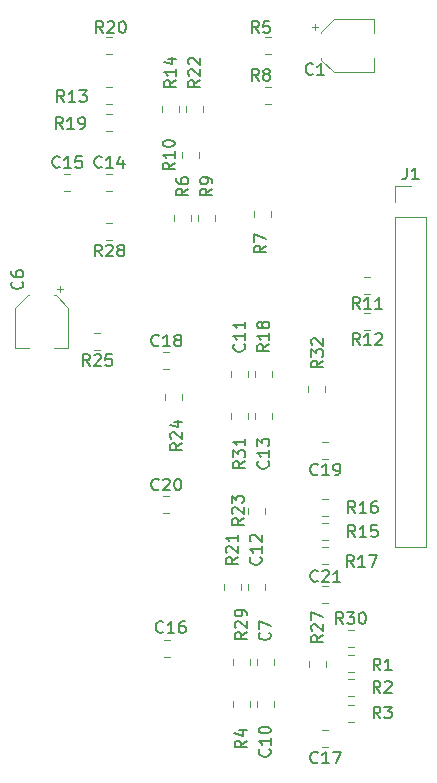
<source format=gbr>
G04 #@! TF.GenerationSoftware,KiCad,Pcbnew,(5.1.4-0-10_14)*
G04 #@! TF.CreationDate,2019-10-08T20:57:53-07:00*
G04 #@! TF.ProjectId,VCF_Main,5643465f-4d61-4696-9e2e-6b696361645f,rev?*
G04 #@! TF.SameCoordinates,Original*
G04 #@! TF.FileFunction,Legend,Top*
G04 #@! TF.FilePolarity,Positive*
%FSLAX46Y46*%
G04 Gerber Fmt 4.6, Leading zero omitted, Abs format (unit mm)*
G04 Created by KiCad (PCBNEW (5.1.4-0-10_14)) date 2019-10-08 20:57:53*
%MOMM*%
%LPD*%
G04 APERTURE LIST*
%ADD10C,0.120000*%
%ADD11C,0.150000*%
G04 APERTURE END LIST*
D10*
X91515000Y-147197578D02*
X91515000Y-146680422D01*
X90095000Y-147197578D02*
X90095000Y-146680422D01*
X97785422Y-147776000D02*
X98302578Y-147776000D01*
X97785422Y-146356000D02*
X98302578Y-146356000D01*
X97785422Y-149808000D02*
X98302578Y-149808000D01*
X97785422Y-148388000D02*
X98302578Y-148388000D01*
X97785422Y-151967000D02*
X98302578Y-151967000D01*
X97785422Y-150547000D02*
X98302578Y-150547000D01*
X88063000Y-150236422D02*
X88063000Y-150753578D01*
X89483000Y-150236422D02*
X89483000Y-150753578D01*
X90800422Y-95452000D02*
X91317578Y-95452000D01*
X90800422Y-94032000D02*
X91317578Y-94032000D01*
X84530000Y-109605578D02*
X84530000Y-109088422D01*
X83110000Y-109605578D02*
X83110000Y-109088422D01*
X89841000Y-108707422D02*
X89841000Y-109224578D01*
X91261000Y-108707422D02*
X91261000Y-109224578D01*
X91317578Y-98223000D02*
X90800422Y-98223000D01*
X91317578Y-99643000D02*
X90800422Y-99643000D01*
X86562000Y-109605578D02*
X86562000Y-109088422D01*
X85142000Y-109605578D02*
X85142000Y-109088422D01*
X83745000Y-103754422D02*
X83745000Y-104271578D01*
X85165000Y-103754422D02*
X85165000Y-104271578D01*
X99182422Y-115772000D02*
X99699578Y-115772000D01*
X99182422Y-114352000D02*
X99699578Y-114352000D01*
X99182422Y-118820000D02*
X99699578Y-118820000D01*
X99182422Y-117400000D02*
X99699578Y-117400000D01*
X77338422Y-99643000D02*
X77855578Y-99643000D01*
X77338422Y-98223000D02*
X77855578Y-98223000D01*
X83514000Y-100334578D02*
X83514000Y-99817422D01*
X82094000Y-100334578D02*
X82094000Y-99817422D01*
X95626422Y-136600000D02*
X96143578Y-136600000D01*
X95626422Y-135180000D02*
X96143578Y-135180000D01*
X95626422Y-134568000D02*
X96143578Y-134568000D01*
X95626422Y-133148000D02*
X96143578Y-133148000D01*
X95626422Y-138632000D02*
X96143578Y-138632000D01*
X95626422Y-137212000D02*
X96143578Y-137212000D01*
X89968000Y-122296422D02*
X89968000Y-122813578D01*
X91388000Y-122296422D02*
X91388000Y-122813578D01*
X77338422Y-101929000D02*
X77855578Y-101929000D01*
X77338422Y-100509000D02*
X77855578Y-100509000D01*
X77338422Y-95452000D02*
X77855578Y-95452000D01*
X77338422Y-94032000D02*
X77855578Y-94032000D01*
X87301000Y-140330422D02*
X87301000Y-140847578D01*
X88721000Y-140330422D02*
X88721000Y-140847578D01*
X85546000Y-100334578D02*
X85546000Y-99817422D01*
X84126000Y-100334578D02*
X84126000Y-99817422D01*
X89333000Y-133853422D02*
X89333000Y-134370578D01*
X90753000Y-133853422D02*
X90753000Y-134370578D01*
X82348000Y-124201422D02*
X82348000Y-124718578D01*
X83768000Y-124201422D02*
X83768000Y-124718578D01*
X76839578Y-119051000D02*
X76322422Y-119051000D01*
X76839578Y-120471000D02*
X76322422Y-120471000D01*
X95960000Y-147324578D02*
X95960000Y-146807422D01*
X94540000Y-147324578D02*
X94540000Y-146807422D01*
X77855578Y-109780000D02*
X77338422Y-109780000D01*
X77855578Y-111200000D02*
X77338422Y-111200000D01*
X88063000Y-146680422D02*
X88063000Y-147197578D01*
X89483000Y-146680422D02*
X89483000Y-147197578D01*
X98302578Y-144197000D02*
X97785422Y-144197000D01*
X98302578Y-145617000D02*
X97785422Y-145617000D01*
X101794000Y-106620000D02*
X103124000Y-106620000D01*
X101794000Y-107950000D02*
X101794000Y-106620000D01*
X101794000Y-109220000D02*
X104454000Y-109220000D01*
X104454000Y-109220000D02*
X104454000Y-137220000D01*
X101794000Y-109220000D02*
X101794000Y-137220000D01*
X101794000Y-137220000D02*
X104454000Y-137220000D01*
X95040000Y-92932000D02*
X95040000Y-93432000D01*
X94790000Y-93182000D02*
X95290000Y-93182000D01*
X95530000Y-95937563D02*
X96594437Y-97002000D01*
X95530000Y-93546437D02*
X96594437Y-92482000D01*
X95530000Y-93546437D02*
X95530000Y-93682000D01*
X95530000Y-95937563D02*
X95530000Y-95802000D01*
X96594437Y-97002000D02*
X100050000Y-97002000D01*
X96594437Y-92482000D02*
X100050000Y-92482000D01*
X100050000Y-92482000D02*
X100050000Y-93682000D01*
X100050000Y-97002000D02*
X100050000Y-95802000D01*
X73692000Y-115360000D02*
X73192000Y-115360000D01*
X73442000Y-115110000D02*
X73442000Y-115610000D01*
X70686437Y-115850000D02*
X69622000Y-116914437D01*
X73077563Y-115850000D02*
X74142000Y-116914437D01*
X73077563Y-115850000D02*
X72942000Y-115850000D01*
X70686437Y-115850000D02*
X70822000Y-115850000D01*
X69622000Y-116914437D02*
X69622000Y-120370000D01*
X74142000Y-116914437D02*
X74142000Y-120370000D01*
X74142000Y-120370000D02*
X72942000Y-120370000D01*
X69622000Y-120370000D02*
X70822000Y-120370000D01*
X89356000Y-125852422D02*
X89356000Y-126369578D01*
X87936000Y-125852422D02*
X87936000Y-126369578D01*
X90095000Y-150753578D02*
X90095000Y-150236422D01*
X91515000Y-150753578D02*
X91515000Y-150236422D01*
X89356000Y-122813578D02*
X89356000Y-122296422D01*
X87936000Y-122813578D02*
X87936000Y-122296422D01*
X90753000Y-140847578D02*
X90753000Y-140330422D01*
X89333000Y-140847578D02*
X89333000Y-140330422D01*
X89968000Y-126369578D02*
X89968000Y-125852422D01*
X91388000Y-126369578D02*
X91388000Y-125852422D01*
X94413000Y-124083578D02*
X94413000Y-123566422D01*
X95833000Y-124083578D02*
X95833000Y-123566422D01*
X77338422Y-107009000D02*
X77855578Y-107009000D01*
X77338422Y-105589000D02*
X77855578Y-105589000D01*
X73782422Y-105589000D02*
X74299578Y-105589000D01*
X73782422Y-107009000D02*
X74299578Y-107009000D01*
X82242922Y-145086000D02*
X82760078Y-145086000D01*
X82242922Y-146506000D02*
X82760078Y-146506000D01*
X96143578Y-152706000D02*
X95626422Y-152706000D01*
X96143578Y-154126000D02*
X95626422Y-154126000D01*
X82164422Y-122122000D02*
X82681578Y-122122000D01*
X82164422Y-120702000D02*
X82681578Y-120702000D01*
X96143578Y-129742000D02*
X95626422Y-129742000D01*
X96143578Y-128322000D02*
X95626422Y-128322000D01*
X82164422Y-132894000D02*
X82681578Y-132894000D01*
X82164422Y-134314000D02*
X82681578Y-134314000D01*
X96143578Y-140514000D02*
X95626422Y-140514000D01*
X96143578Y-141934000D02*
X95626422Y-141934000D01*
D11*
X91162142Y-144438666D02*
X91209761Y-144486285D01*
X91257380Y-144629142D01*
X91257380Y-144724380D01*
X91209761Y-144867238D01*
X91114523Y-144962476D01*
X91019285Y-145010095D01*
X90828809Y-145057714D01*
X90685952Y-145057714D01*
X90495476Y-145010095D01*
X90400238Y-144962476D01*
X90305000Y-144867238D01*
X90257380Y-144724380D01*
X90257380Y-144629142D01*
X90305000Y-144486285D01*
X90352619Y-144438666D01*
X90257380Y-144105333D02*
X90257380Y-143438666D01*
X91257380Y-143867238D01*
X100544333Y-147645380D02*
X100211000Y-147169190D01*
X99972904Y-147645380D02*
X99972904Y-146645380D01*
X100353857Y-146645380D01*
X100449095Y-146693000D01*
X100496714Y-146740619D01*
X100544333Y-146835857D01*
X100544333Y-146978714D01*
X100496714Y-147073952D01*
X100449095Y-147121571D01*
X100353857Y-147169190D01*
X99972904Y-147169190D01*
X101496714Y-147645380D02*
X100925285Y-147645380D01*
X101211000Y-147645380D02*
X101211000Y-146645380D01*
X101115761Y-146788238D01*
X101020523Y-146883476D01*
X100925285Y-146931095D01*
X100544333Y-149550380D02*
X100211000Y-149074190D01*
X99972904Y-149550380D02*
X99972904Y-148550380D01*
X100353857Y-148550380D01*
X100449095Y-148598000D01*
X100496714Y-148645619D01*
X100544333Y-148740857D01*
X100544333Y-148883714D01*
X100496714Y-148978952D01*
X100449095Y-149026571D01*
X100353857Y-149074190D01*
X99972904Y-149074190D01*
X100925285Y-148645619D02*
X100972904Y-148598000D01*
X101068142Y-148550380D01*
X101306238Y-148550380D01*
X101401476Y-148598000D01*
X101449095Y-148645619D01*
X101496714Y-148740857D01*
X101496714Y-148836095D01*
X101449095Y-148978952D01*
X100877666Y-149550380D01*
X101496714Y-149550380D01*
X100544333Y-151709380D02*
X100211000Y-151233190D01*
X99972904Y-151709380D02*
X99972904Y-150709380D01*
X100353857Y-150709380D01*
X100449095Y-150757000D01*
X100496714Y-150804619D01*
X100544333Y-150899857D01*
X100544333Y-151042714D01*
X100496714Y-151137952D01*
X100449095Y-151185571D01*
X100353857Y-151233190D01*
X99972904Y-151233190D01*
X100877666Y-150709380D02*
X101496714Y-150709380D01*
X101163380Y-151090333D01*
X101306238Y-151090333D01*
X101401476Y-151137952D01*
X101449095Y-151185571D01*
X101496714Y-151280809D01*
X101496714Y-151518904D01*
X101449095Y-151614142D01*
X101401476Y-151661761D01*
X101306238Y-151709380D01*
X101020523Y-151709380D01*
X100925285Y-151661761D01*
X100877666Y-151614142D01*
X89225380Y-153582666D02*
X88749190Y-153916000D01*
X89225380Y-154154095D02*
X88225380Y-154154095D01*
X88225380Y-153773142D01*
X88273000Y-153677904D01*
X88320619Y-153630285D01*
X88415857Y-153582666D01*
X88558714Y-153582666D01*
X88653952Y-153630285D01*
X88701571Y-153677904D01*
X88749190Y-153773142D01*
X88749190Y-154154095D01*
X88558714Y-152725523D02*
X89225380Y-152725523D01*
X88177761Y-152963619D02*
X88892047Y-153201714D01*
X88892047Y-152582666D01*
X90257333Y-93670380D02*
X89924000Y-93194190D01*
X89685904Y-93670380D02*
X89685904Y-92670380D01*
X90066857Y-92670380D01*
X90162095Y-92718000D01*
X90209714Y-92765619D01*
X90257333Y-92860857D01*
X90257333Y-93003714D01*
X90209714Y-93098952D01*
X90162095Y-93146571D01*
X90066857Y-93194190D01*
X89685904Y-93194190D01*
X91162095Y-92670380D02*
X90685904Y-92670380D01*
X90638285Y-93146571D01*
X90685904Y-93098952D01*
X90781142Y-93051333D01*
X91019238Y-93051333D01*
X91114476Y-93098952D01*
X91162095Y-93146571D01*
X91209714Y-93241809D01*
X91209714Y-93479904D01*
X91162095Y-93575142D01*
X91114476Y-93622761D01*
X91019238Y-93670380D01*
X90781142Y-93670380D01*
X90685904Y-93622761D01*
X90638285Y-93575142D01*
X84272380Y-106846666D02*
X83796190Y-107180000D01*
X84272380Y-107418095D02*
X83272380Y-107418095D01*
X83272380Y-107037142D01*
X83320000Y-106941904D01*
X83367619Y-106894285D01*
X83462857Y-106846666D01*
X83605714Y-106846666D01*
X83700952Y-106894285D01*
X83748571Y-106941904D01*
X83796190Y-107037142D01*
X83796190Y-107418095D01*
X83272380Y-105989523D02*
X83272380Y-106180000D01*
X83320000Y-106275238D01*
X83367619Y-106322857D01*
X83510476Y-106418095D01*
X83700952Y-106465714D01*
X84081904Y-106465714D01*
X84177142Y-106418095D01*
X84224761Y-106370476D01*
X84272380Y-106275238D01*
X84272380Y-106084761D01*
X84224761Y-105989523D01*
X84177142Y-105941904D01*
X84081904Y-105894285D01*
X83843809Y-105894285D01*
X83748571Y-105941904D01*
X83700952Y-105989523D01*
X83653333Y-106084761D01*
X83653333Y-106275238D01*
X83700952Y-106370476D01*
X83748571Y-106418095D01*
X83843809Y-106465714D01*
X90876380Y-111672666D02*
X90400190Y-112006000D01*
X90876380Y-112244095D02*
X89876380Y-112244095D01*
X89876380Y-111863142D01*
X89924000Y-111767904D01*
X89971619Y-111720285D01*
X90066857Y-111672666D01*
X90209714Y-111672666D01*
X90304952Y-111720285D01*
X90352571Y-111767904D01*
X90400190Y-111863142D01*
X90400190Y-112244095D01*
X89876380Y-111339333D02*
X89876380Y-110672666D01*
X90876380Y-111101238D01*
X90257333Y-97734380D02*
X89924000Y-97258190D01*
X89685904Y-97734380D02*
X89685904Y-96734380D01*
X90066857Y-96734380D01*
X90162095Y-96782000D01*
X90209714Y-96829619D01*
X90257333Y-96924857D01*
X90257333Y-97067714D01*
X90209714Y-97162952D01*
X90162095Y-97210571D01*
X90066857Y-97258190D01*
X89685904Y-97258190D01*
X90828761Y-97162952D02*
X90733523Y-97115333D01*
X90685904Y-97067714D01*
X90638285Y-96972476D01*
X90638285Y-96924857D01*
X90685904Y-96829619D01*
X90733523Y-96782000D01*
X90828761Y-96734380D01*
X91019238Y-96734380D01*
X91114476Y-96782000D01*
X91162095Y-96829619D01*
X91209714Y-96924857D01*
X91209714Y-96972476D01*
X91162095Y-97067714D01*
X91114476Y-97115333D01*
X91019238Y-97162952D01*
X90828761Y-97162952D01*
X90733523Y-97210571D01*
X90685904Y-97258190D01*
X90638285Y-97353428D01*
X90638285Y-97543904D01*
X90685904Y-97639142D01*
X90733523Y-97686761D01*
X90828761Y-97734380D01*
X91019238Y-97734380D01*
X91114476Y-97686761D01*
X91162095Y-97639142D01*
X91209714Y-97543904D01*
X91209714Y-97353428D01*
X91162095Y-97258190D01*
X91114476Y-97210571D01*
X91019238Y-97162952D01*
X86304380Y-106846666D02*
X85828190Y-107180000D01*
X86304380Y-107418095D02*
X85304380Y-107418095D01*
X85304380Y-107037142D01*
X85352000Y-106941904D01*
X85399619Y-106894285D01*
X85494857Y-106846666D01*
X85637714Y-106846666D01*
X85732952Y-106894285D01*
X85780571Y-106941904D01*
X85828190Y-107037142D01*
X85828190Y-107418095D01*
X86304380Y-106370476D02*
X86304380Y-106180000D01*
X86256761Y-106084761D01*
X86209142Y-106037142D01*
X86066285Y-105941904D01*
X85875809Y-105894285D01*
X85494857Y-105894285D01*
X85399619Y-105941904D01*
X85352000Y-105989523D01*
X85304380Y-106084761D01*
X85304380Y-106275238D01*
X85352000Y-106370476D01*
X85399619Y-106418095D01*
X85494857Y-106465714D01*
X85732952Y-106465714D01*
X85828190Y-106418095D01*
X85875809Y-106370476D01*
X85923428Y-106275238D01*
X85923428Y-106084761D01*
X85875809Y-105989523D01*
X85828190Y-105941904D01*
X85732952Y-105894285D01*
X83129380Y-104655857D02*
X82653190Y-104989190D01*
X83129380Y-105227285D02*
X82129380Y-105227285D01*
X82129380Y-104846333D01*
X82177000Y-104751095D01*
X82224619Y-104703476D01*
X82319857Y-104655857D01*
X82462714Y-104655857D01*
X82557952Y-104703476D01*
X82605571Y-104751095D01*
X82653190Y-104846333D01*
X82653190Y-105227285D01*
X83129380Y-103703476D02*
X83129380Y-104274904D01*
X83129380Y-103989190D02*
X82129380Y-103989190D01*
X82272238Y-104084428D01*
X82367476Y-104179666D01*
X82415095Y-104274904D01*
X82129380Y-103084428D02*
X82129380Y-102989190D01*
X82177000Y-102893952D01*
X82224619Y-102846333D01*
X82319857Y-102798714D01*
X82510333Y-102751095D01*
X82748428Y-102751095D01*
X82938904Y-102798714D01*
X83034142Y-102846333D01*
X83081761Y-102893952D01*
X83129380Y-102989190D01*
X83129380Y-103084428D01*
X83081761Y-103179666D01*
X83034142Y-103227285D01*
X82938904Y-103274904D01*
X82748428Y-103322523D01*
X82510333Y-103322523D01*
X82319857Y-103274904D01*
X82224619Y-103227285D01*
X82177000Y-103179666D01*
X82129380Y-103084428D01*
X98798142Y-117038380D02*
X98464809Y-116562190D01*
X98226714Y-117038380D02*
X98226714Y-116038380D01*
X98607666Y-116038380D01*
X98702904Y-116086000D01*
X98750523Y-116133619D01*
X98798142Y-116228857D01*
X98798142Y-116371714D01*
X98750523Y-116466952D01*
X98702904Y-116514571D01*
X98607666Y-116562190D01*
X98226714Y-116562190D01*
X99750523Y-117038380D02*
X99179095Y-117038380D01*
X99464809Y-117038380D02*
X99464809Y-116038380D01*
X99369571Y-116181238D01*
X99274333Y-116276476D01*
X99179095Y-116324095D01*
X100702904Y-117038380D02*
X100131476Y-117038380D01*
X100417190Y-117038380D02*
X100417190Y-116038380D01*
X100321952Y-116181238D01*
X100226714Y-116276476D01*
X100131476Y-116324095D01*
X98798142Y-120086380D02*
X98464809Y-119610190D01*
X98226714Y-120086380D02*
X98226714Y-119086380D01*
X98607666Y-119086380D01*
X98702904Y-119134000D01*
X98750523Y-119181619D01*
X98798142Y-119276857D01*
X98798142Y-119419714D01*
X98750523Y-119514952D01*
X98702904Y-119562571D01*
X98607666Y-119610190D01*
X98226714Y-119610190D01*
X99750523Y-120086380D02*
X99179095Y-120086380D01*
X99464809Y-120086380D02*
X99464809Y-119086380D01*
X99369571Y-119229238D01*
X99274333Y-119324476D01*
X99179095Y-119372095D01*
X100131476Y-119181619D02*
X100179095Y-119134000D01*
X100274333Y-119086380D01*
X100512428Y-119086380D01*
X100607666Y-119134000D01*
X100655285Y-119181619D01*
X100702904Y-119276857D01*
X100702904Y-119372095D01*
X100655285Y-119514952D01*
X100083857Y-120086380D01*
X100702904Y-120086380D01*
X73779142Y-99512380D02*
X73445809Y-99036190D01*
X73207714Y-99512380D02*
X73207714Y-98512380D01*
X73588666Y-98512380D01*
X73683904Y-98560000D01*
X73731523Y-98607619D01*
X73779142Y-98702857D01*
X73779142Y-98845714D01*
X73731523Y-98940952D01*
X73683904Y-98988571D01*
X73588666Y-99036190D01*
X73207714Y-99036190D01*
X74731523Y-99512380D02*
X74160095Y-99512380D01*
X74445809Y-99512380D02*
X74445809Y-98512380D01*
X74350571Y-98655238D01*
X74255333Y-98750476D01*
X74160095Y-98798095D01*
X75064857Y-98512380D02*
X75683904Y-98512380D01*
X75350571Y-98893333D01*
X75493428Y-98893333D01*
X75588666Y-98940952D01*
X75636285Y-98988571D01*
X75683904Y-99083809D01*
X75683904Y-99321904D01*
X75636285Y-99417142D01*
X75588666Y-99464761D01*
X75493428Y-99512380D01*
X75207714Y-99512380D01*
X75112476Y-99464761D01*
X75064857Y-99417142D01*
X83256380Y-97670857D02*
X82780190Y-98004190D01*
X83256380Y-98242285D02*
X82256380Y-98242285D01*
X82256380Y-97861333D01*
X82304000Y-97766095D01*
X82351619Y-97718476D01*
X82446857Y-97670857D01*
X82589714Y-97670857D01*
X82684952Y-97718476D01*
X82732571Y-97766095D01*
X82780190Y-97861333D01*
X82780190Y-98242285D01*
X83256380Y-96718476D02*
X83256380Y-97289904D01*
X83256380Y-97004190D02*
X82256380Y-97004190D01*
X82399238Y-97099428D01*
X82494476Y-97194666D01*
X82542095Y-97289904D01*
X82589714Y-95861333D02*
X83256380Y-95861333D01*
X82208761Y-96099428D02*
X82923047Y-96337523D01*
X82923047Y-95718476D01*
X98417142Y-136342380D02*
X98083809Y-135866190D01*
X97845714Y-136342380D02*
X97845714Y-135342380D01*
X98226666Y-135342380D01*
X98321904Y-135390000D01*
X98369523Y-135437619D01*
X98417142Y-135532857D01*
X98417142Y-135675714D01*
X98369523Y-135770952D01*
X98321904Y-135818571D01*
X98226666Y-135866190D01*
X97845714Y-135866190D01*
X99369523Y-136342380D02*
X98798095Y-136342380D01*
X99083809Y-136342380D02*
X99083809Y-135342380D01*
X98988571Y-135485238D01*
X98893333Y-135580476D01*
X98798095Y-135628095D01*
X100274285Y-135342380D02*
X99798095Y-135342380D01*
X99750476Y-135818571D01*
X99798095Y-135770952D01*
X99893333Y-135723333D01*
X100131428Y-135723333D01*
X100226666Y-135770952D01*
X100274285Y-135818571D01*
X100321904Y-135913809D01*
X100321904Y-136151904D01*
X100274285Y-136247142D01*
X100226666Y-136294761D01*
X100131428Y-136342380D01*
X99893333Y-136342380D01*
X99798095Y-136294761D01*
X99750476Y-136247142D01*
X98417142Y-134310380D02*
X98083809Y-133834190D01*
X97845714Y-134310380D02*
X97845714Y-133310380D01*
X98226666Y-133310380D01*
X98321904Y-133358000D01*
X98369523Y-133405619D01*
X98417142Y-133500857D01*
X98417142Y-133643714D01*
X98369523Y-133738952D01*
X98321904Y-133786571D01*
X98226666Y-133834190D01*
X97845714Y-133834190D01*
X99369523Y-134310380D02*
X98798095Y-134310380D01*
X99083809Y-134310380D02*
X99083809Y-133310380D01*
X98988571Y-133453238D01*
X98893333Y-133548476D01*
X98798095Y-133596095D01*
X100226666Y-133310380D02*
X100036190Y-133310380D01*
X99940952Y-133358000D01*
X99893333Y-133405619D01*
X99798095Y-133548476D01*
X99750476Y-133738952D01*
X99750476Y-134119904D01*
X99798095Y-134215142D01*
X99845714Y-134262761D01*
X99940952Y-134310380D01*
X100131428Y-134310380D01*
X100226666Y-134262761D01*
X100274285Y-134215142D01*
X100321904Y-134119904D01*
X100321904Y-133881809D01*
X100274285Y-133786571D01*
X100226666Y-133738952D01*
X100131428Y-133691333D01*
X99940952Y-133691333D01*
X99845714Y-133738952D01*
X99798095Y-133786571D01*
X99750476Y-133881809D01*
X98290142Y-138882380D02*
X97956809Y-138406190D01*
X97718714Y-138882380D02*
X97718714Y-137882380D01*
X98099666Y-137882380D01*
X98194904Y-137930000D01*
X98242523Y-137977619D01*
X98290142Y-138072857D01*
X98290142Y-138215714D01*
X98242523Y-138310952D01*
X98194904Y-138358571D01*
X98099666Y-138406190D01*
X97718714Y-138406190D01*
X99242523Y-138882380D02*
X98671095Y-138882380D01*
X98956809Y-138882380D02*
X98956809Y-137882380D01*
X98861571Y-138025238D01*
X98766333Y-138120476D01*
X98671095Y-138168095D01*
X99575857Y-137882380D02*
X100242523Y-137882380D01*
X99813952Y-138882380D01*
X91130380Y-120022857D02*
X90654190Y-120356190D01*
X91130380Y-120594285D02*
X90130380Y-120594285D01*
X90130380Y-120213333D01*
X90178000Y-120118095D01*
X90225619Y-120070476D01*
X90320857Y-120022857D01*
X90463714Y-120022857D01*
X90558952Y-120070476D01*
X90606571Y-120118095D01*
X90654190Y-120213333D01*
X90654190Y-120594285D01*
X91130380Y-119070476D02*
X91130380Y-119641904D01*
X91130380Y-119356190D02*
X90130380Y-119356190D01*
X90273238Y-119451428D01*
X90368476Y-119546666D01*
X90416095Y-119641904D01*
X90558952Y-118499047D02*
X90511333Y-118594285D01*
X90463714Y-118641904D01*
X90368476Y-118689523D01*
X90320857Y-118689523D01*
X90225619Y-118641904D01*
X90178000Y-118594285D01*
X90130380Y-118499047D01*
X90130380Y-118308571D01*
X90178000Y-118213333D01*
X90225619Y-118165714D01*
X90320857Y-118118095D01*
X90368476Y-118118095D01*
X90463714Y-118165714D01*
X90511333Y-118213333D01*
X90558952Y-118308571D01*
X90558952Y-118499047D01*
X90606571Y-118594285D01*
X90654190Y-118641904D01*
X90749428Y-118689523D01*
X90939904Y-118689523D01*
X91035142Y-118641904D01*
X91082761Y-118594285D01*
X91130380Y-118499047D01*
X91130380Y-118308571D01*
X91082761Y-118213333D01*
X91035142Y-118165714D01*
X90939904Y-118118095D01*
X90749428Y-118118095D01*
X90654190Y-118165714D01*
X90606571Y-118213333D01*
X90558952Y-118308571D01*
X73652142Y-101798380D02*
X73318809Y-101322190D01*
X73080714Y-101798380D02*
X73080714Y-100798380D01*
X73461666Y-100798380D01*
X73556904Y-100846000D01*
X73604523Y-100893619D01*
X73652142Y-100988857D01*
X73652142Y-101131714D01*
X73604523Y-101226952D01*
X73556904Y-101274571D01*
X73461666Y-101322190D01*
X73080714Y-101322190D01*
X74604523Y-101798380D02*
X74033095Y-101798380D01*
X74318809Y-101798380D02*
X74318809Y-100798380D01*
X74223571Y-100941238D01*
X74128333Y-101036476D01*
X74033095Y-101084095D01*
X75080714Y-101798380D02*
X75271190Y-101798380D01*
X75366428Y-101750761D01*
X75414047Y-101703142D01*
X75509285Y-101560285D01*
X75556904Y-101369809D01*
X75556904Y-100988857D01*
X75509285Y-100893619D01*
X75461666Y-100846000D01*
X75366428Y-100798380D01*
X75175952Y-100798380D01*
X75080714Y-100846000D01*
X75033095Y-100893619D01*
X74985476Y-100988857D01*
X74985476Y-101226952D01*
X75033095Y-101322190D01*
X75080714Y-101369809D01*
X75175952Y-101417428D01*
X75366428Y-101417428D01*
X75461666Y-101369809D01*
X75509285Y-101322190D01*
X75556904Y-101226952D01*
X77081142Y-93670380D02*
X76747809Y-93194190D01*
X76509714Y-93670380D02*
X76509714Y-92670380D01*
X76890666Y-92670380D01*
X76985904Y-92718000D01*
X77033523Y-92765619D01*
X77081142Y-92860857D01*
X77081142Y-93003714D01*
X77033523Y-93098952D01*
X76985904Y-93146571D01*
X76890666Y-93194190D01*
X76509714Y-93194190D01*
X77462095Y-92765619D02*
X77509714Y-92718000D01*
X77604952Y-92670380D01*
X77843047Y-92670380D01*
X77938285Y-92718000D01*
X77985904Y-92765619D01*
X78033523Y-92860857D01*
X78033523Y-92956095D01*
X77985904Y-93098952D01*
X77414476Y-93670380D01*
X78033523Y-93670380D01*
X78652571Y-92670380D02*
X78747809Y-92670380D01*
X78843047Y-92718000D01*
X78890666Y-92765619D01*
X78938285Y-92860857D01*
X78985904Y-93051333D01*
X78985904Y-93289428D01*
X78938285Y-93479904D01*
X78890666Y-93575142D01*
X78843047Y-93622761D01*
X78747809Y-93670380D01*
X78652571Y-93670380D01*
X78557333Y-93622761D01*
X78509714Y-93575142D01*
X78462095Y-93479904D01*
X78414476Y-93289428D01*
X78414476Y-93051333D01*
X78462095Y-92860857D01*
X78509714Y-92765619D01*
X78557333Y-92718000D01*
X78652571Y-92670380D01*
X88463380Y-138056857D02*
X87987190Y-138390190D01*
X88463380Y-138628285D02*
X87463380Y-138628285D01*
X87463380Y-138247333D01*
X87511000Y-138152095D01*
X87558619Y-138104476D01*
X87653857Y-138056857D01*
X87796714Y-138056857D01*
X87891952Y-138104476D01*
X87939571Y-138152095D01*
X87987190Y-138247333D01*
X87987190Y-138628285D01*
X87558619Y-137675904D02*
X87511000Y-137628285D01*
X87463380Y-137533047D01*
X87463380Y-137294952D01*
X87511000Y-137199714D01*
X87558619Y-137152095D01*
X87653857Y-137104476D01*
X87749095Y-137104476D01*
X87891952Y-137152095D01*
X88463380Y-137723523D01*
X88463380Y-137104476D01*
X88463380Y-136152095D02*
X88463380Y-136723523D01*
X88463380Y-136437809D02*
X87463380Y-136437809D01*
X87606238Y-136533047D01*
X87701476Y-136628285D01*
X87749095Y-136723523D01*
X85288380Y-97670857D02*
X84812190Y-98004190D01*
X85288380Y-98242285D02*
X84288380Y-98242285D01*
X84288380Y-97861333D01*
X84336000Y-97766095D01*
X84383619Y-97718476D01*
X84478857Y-97670857D01*
X84621714Y-97670857D01*
X84716952Y-97718476D01*
X84764571Y-97766095D01*
X84812190Y-97861333D01*
X84812190Y-98242285D01*
X84383619Y-97289904D02*
X84336000Y-97242285D01*
X84288380Y-97147047D01*
X84288380Y-96908952D01*
X84336000Y-96813714D01*
X84383619Y-96766095D01*
X84478857Y-96718476D01*
X84574095Y-96718476D01*
X84716952Y-96766095D01*
X85288380Y-97337523D01*
X85288380Y-96718476D01*
X84383619Y-96337523D02*
X84336000Y-96289904D01*
X84288380Y-96194666D01*
X84288380Y-95956571D01*
X84336000Y-95861333D01*
X84383619Y-95813714D01*
X84478857Y-95766095D01*
X84574095Y-95766095D01*
X84716952Y-95813714D01*
X85288380Y-96385142D01*
X85288380Y-95766095D01*
X88971380Y-134754857D02*
X88495190Y-135088190D01*
X88971380Y-135326285D02*
X87971380Y-135326285D01*
X87971380Y-134945333D01*
X88019000Y-134850095D01*
X88066619Y-134802476D01*
X88161857Y-134754857D01*
X88304714Y-134754857D01*
X88399952Y-134802476D01*
X88447571Y-134850095D01*
X88495190Y-134945333D01*
X88495190Y-135326285D01*
X88066619Y-134373904D02*
X88019000Y-134326285D01*
X87971380Y-134231047D01*
X87971380Y-133992952D01*
X88019000Y-133897714D01*
X88066619Y-133850095D01*
X88161857Y-133802476D01*
X88257095Y-133802476D01*
X88399952Y-133850095D01*
X88971380Y-134421523D01*
X88971380Y-133802476D01*
X87971380Y-133469142D02*
X87971380Y-132850095D01*
X88352333Y-133183428D01*
X88352333Y-133040571D01*
X88399952Y-132945333D01*
X88447571Y-132897714D01*
X88542809Y-132850095D01*
X88780904Y-132850095D01*
X88876142Y-132897714D01*
X88923761Y-132945333D01*
X88971380Y-133040571D01*
X88971380Y-133326285D01*
X88923761Y-133421523D01*
X88876142Y-133469142D01*
X83764380Y-128404857D02*
X83288190Y-128738190D01*
X83764380Y-128976285D02*
X82764380Y-128976285D01*
X82764380Y-128595333D01*
X82812000Y-128500095D01*
X82859619Y-128452476D01*
X82954857Y-128404857D01*
X83097714Y-128404857D01*
X83192952Y-128452476D01*
X83240571Y-128500095D01*
X83288190Y-128595333D01*
X83288190Y-128976285D01*
X82859619Y-128023904D02*
X82812000Y-127976285D01*
X82764380Y-127881047D01*
X82764380Y-127642952D01*
X82812000Y-127547714D01*
X82859619Y-127500095D01*
X82954857Y-127452476D01*
X83050095Y-127452476D01*
X83192952Y-127500095D01*
X83764380Y-128071523D01*
X83764380Y-127452476D01*
X83097714Y-126595333D02*
X83764380Y-126595333D01*
X82716761Y-126833428D02*
X83431047Y-127071523D01*
X83431047Y-126452476D01*
X75938142Y-121863380D02*
X75604809Y-121387190D01*
X75366714Y-121863380D02*
X75366714Y-120863380D01*
X75747666Y-120863380D01*
X75842904Y-120911000D01*
X75890523Y-120958619D01*
X75938142Y-121053857D01*
X75938142Y-121196714D01*
X75890523Y-121291952D01*
X75842904Y-121339571D01*
X75747666Y-121387190D01*
X75366714Y-121387190D01*
X76319095Y-120958619D02*
X76366714Y-120911000D01*
X76461952Y-120863380D01*
X76700047Y-120863380D01*
X76795285Y-120911000D01*
X76842904Y-120958619D01*
X76890523Y-121053857D01*
X76890523Y-121149095D01*
X76842904Y-121291952D01*
X76271476Y-121863380D01*
X76890523Y-121863380D01*
X77795285Y-120863380D02*
X77319095Y-120863380D01*
X77271476Y-121339571D01*
X77319095Y-121291952D01*
X77414333Y-121244333D01*
X77652428Y-121244333D01*
X77747666Y-121291952D01*
X77795285Y-121339571D01*
X77842904Y-121434809D01*
X77842904Y-121672904D01*
X77795285Y-121768142D01*
X77747666Y-121815761D01*
X77652428Y-121863380D01*
X77414333Y-121863380D01*
X77319095Y-121815761D01*
X77271476Y-121768142D01*
X95702380Y-144660857D02*
X95226190Y-144994190D01*
X95702380Y-145232285D02*
X94702380Y-145232285D01*
X94702380Y-144851333D01*
X94750000Y-144756095D01*
X94797619Y-144708476D01*
X94892857Y-144660857D01*
X95035714Y-144660857D01*
X95130952Y-144708476D01*
X95178571Y-144756095D01*
X95226190Y-144851333D01*
X95226190Y-145232285D01*
X94797619Y-144279904D02*
X94750000Y-144232285D01*
X94702380Y-144137047D01*
X94702380Y-143898952D01*
X94750000Y-143803714D01*
X94797619Y-143756095D01*
X94892857Y-143708476D01*
X94988095Y-143708476D01*
X95130952Y-143756095D01*
X95702380Y-144327523D01*
X95702380Y-143708476D01*
X94702380Y-143375142D02*
X94702380Y-142708476D01*
X95702380Y-143137047D01*
X76954142Y-112592380D02*
X76620809Y-112116190D01*
X76382714Y-112592380D02*
X76382714Y-111592380D01*
X76763666Y-111592380D01*
X76858904Y-111640000D01*
X76906523Y-111687619D01*
X76954142Y-111782857D01*
X76954142Y-111925714D01*
X76906523Y-112020952D01*
X76858904Y-112068571D01*
X76763666Y-112116190D01*
X76382714Y-112116190D01*
X77335095Y-111687619D02*
X77382714Y-111640000D01*
X77477952Y-111592380D01*
X77716047Y-111592380D01*
X77811285Y-111640000D01*
X77858904Y-111687619D01*
X77906523Y-111782857D01*
X77906523Y-111878095D01*
X77858904Y-112020952D01*
X77287476Y-112592380D01*
X77906523Y-112592380D01*
X78477952Y-112020952D02*
X78382714Y-111973333D01*
X78335095Y-111925714D01*
X78287476Y-111830476D01*
X78287476Y-111782857D01*
X78335095Y-111687619D01*
X78382714Y-111640000D01*
X78477952Y-111592380D01*
X78668428Y-111592380D01*
X78763666Y-111640000D01*
X78811285Y-111687619D01*
X78858904Y-111782857D01*
X78858904Y-111830476D01*
X78811285Y-111925714D01*
X78763666Y-111973333D01*
X78668428Y-112020952D01*
X78477952Y-112020952D01*
X78382714Y-112068571D01*
X78335095Y-112116190D01*
X78287476Y-112211428D01*
X78287476Y-112401904D01*
X78335095Y-112497142D01*
X78382714Y-112544761D01*
X78477952Y-112592380D01*
X78668428Y-112592380D01*
X78763666Y-112544761D01*
X78811285Y-112497142D01*
X78858904Y-112401904D01*
X78858904Y-112211428D01*
X78811285Y-112116190D01*
X78763666Y-112068571D01*
X78668428Y-112020952D01*
X89225380Y-144406857D02*
X88749190Y-144740190D01*
X89225380Y-144978285D02*
X88225380Y-144978285D01*
X88225380Y-144597333D01*
X88273000Y-144502095D01*
X88320619Y-144454476D01*
X88415857Y-144406857D01*
X88558714Y-144406857D01*
X88653952Y-144454476D01*
X88701571Y-144502095D01*
X88749190Y-144597333D01*
X88749190Y-144978285D01*
X88320619Y-144025904D02*
X88273000Y-143978285D01*
X88225380Y-143883047D01*
X88225380Y-143644952D01*
X88273000Y-143549714D01*
X88320619Y-143502095D01*
X88415857Y-143454476D01*
X88511095Y-143454476D01*
X88653952Y-143502095D01*
X89225380Y-144073523D01*
X89225380Y-143454476D01*
X89225380Y-142978285D02*
X89225380Y-142787809D01*
X89177761Y-142692571D01*
X89130142Y-142644952D01*
X88987285Y-142549714D01*
X88796809Y-142502095D01*
X88415857Y-142502095D01*
X88320619Y-142549714D01*
X88273000Y-142597333D01*
X88225380Y-142692571D01*
X88225380Y-142883047D01*
X88273000Y-142978285D01*
X88320619Y-143025904D01*
X88415857Y-143073523D01*
X88653952Y-143073523D01*
X88749190Y-143025904D01*
X88796809Y-142978285D01*
X88844428Y-142883047D01*
X88844428Y-142692571D01*
X88796809Y-142597333D01*
X88749190Y-142549714D01*
X88653952Y-142502095D01*
X97401142Y-143708380D02*
X97067809Y-143232190D01*
X96829714Y-143708380D02*
X96829714Y-142708380D01*
X97210666Y-142708380D01*
X97305904Y-142756000D01*
X97353523Y-142803619D01*
X97401142Y-142898857D01*
X97401142Y-143041714D01*
X97353523Y-143136952D01*
X97305904Y-143184571D01*
X97210666Y-143232190D01*
X96829714Y-143232190D01*
X97734476Y-142708380D02*
X98353523Y-142708380D01*
X98020190Y-143089333D01*
X98163047Y-143089333D01*
X98258285Y-143136952D01*
X98305904Y-143184571D01*
X98353523Y-143279809D01*
X98353523Y-143517904D01*
X98305904Y-143613142D01*
X98258285Y-143660761D01*
X98163047Y-143708380D01*
X97877333Y-143708380D01*
X97782095Y-143660761D01*
X97734476Y-143613142D01*
X98972571Y-142708380D02*
X99067809Y-142708380D01*
X99163047Y-142756000D01*
X99210666Y-142803619D01*
X99258285Y-142898857D01*
X99305904Y-143089333D01*
X99305904Y-143327428D01*
X99258285Y-143517904D01*
X99210666Y-143613142D01*
X99163047Y-143660761D01*
X99067809Y-143708380D01*
X98972571Y-143708380D01*
X98877333Y-143660761D01*
X98829714Y-143613142D01*
X98782095Y-143517904D01*
X98734476Y-143327428D01*
X98734476Y-143089333D01*
X98782095Y-142898857D01*
X98829714Y-142803619D01*
X98877333Y-142756000D01*
X98972571Y-142708380D01*
X102790666Y-105072380D02*
X102790666Y-105786666D01*
X102743047Y-105929523D01*
X102647809Y-106024761D01*
X102504952Y-106072380D01*
X102409714Y-106072380D01*
X103790666Y-106072380D02*
X103219238Y-106072380D01*
X103504952Y-106072380D02*
X103504952Y-105072380D01*
X103409714Y-105215238D01*
X103314476Y-105310476D01*
X103219238Y-105358095D01*
X94829333Y-97131142D02*
X94781714Y-97178761D01*
X94638857Y-97226380D01*
X94543619Y-97226380D01*
X94400761Y-97178761D01*
X94305523Y-97083523D01*
X94257904Y-96988285D01*
X94210285Y-96797809D01*
X94210285Y-96654952D01*
X94257904Y-96464476D01*
X94305523Y-96369238D01*
X94400761Y-96274000D01*
X94543619Y-96226380D01*
X94638857Y-96226380D01*
X94781714Y-96274000D01*
X94829333Y-96321619D01*
X95781714Y-97226380D02*
X95210285Y-97226380D01*
X95496000Y-97226380D02*
X95496000Y-96226380D01*
X95400761Y-96369238D01*
X95305523Y-96464476D01*
X95210285Y-96512095D01*
X70207142Y-114720666D02*
X70254761Y-114768285D01*
X70302380Y-114911142D01*
X70302380Y-115006380D01*
X70254761Y-115149238D01*
X70159523Y-115244476D01*
X70064285Y-115292095D01*
X69873809Y-115339714D01*
X69730952Y-115339714D01*
X69540476Y-115292095D01*
X69445238Y-115244476D01*
X69350000Y-115149238D01*
X69302380Y-115006380D01*
X69302380Y-114911142D01*
X69350000Y-114768285D01*
X69397619Y-114720666D01*
X69302380Y-113863523D02*
X69302380Y-114054000D01*
X69350000Y-114149238D01*
X69397619Y-114196857D01*
X69540476Y-114292095D01*
X69730952Y-114339714D01*
X70111904Y-114339714D01*
X70207142Y-114292095D01*
X70254761Y-114244476D01*
X70302380Y-114149238D01*
X70302380Y-113958761D01*
X70254761Y-113863523D01*
X70207142Y-113815904D01*
X70111904Y-113768285D01*
X69873809Y-113768285D01*
X69778571Y-113815904D01*
X69730952Y-113863523D01*
X69683333Y-113958761D01*
X69683333Y-114149238D01*
X69730952Y-114244476D01*
X69778571Y-114292095D01*
X69873809Y-114339714D01*
X89098380Y-129928857D02*
X88622190Y-130262190D01*
X89098380Y-130500285D02*
X88098380Y-130500285D01*
X88098380Y-130119333D01*
X88146000Y-130024095D01*
X88193619Y-129976476D01*
X88288857Y-129928857D01*
X88431714Y-129928857D01*
X88526952Y-129976476D01*
X88574571Y-130024095D01*
X88622190Y-130119333D01*
X88622190Y-130500285D01*
X88098380Y-129595523D02*
X88098380Y-128976476D01*
X88479333Y-129309809D01*
X88479333Y-129166952D01*
X88526952Y-129071714D01*
X88574571Y-129024095D01*
X88669809Y-128976476D01*
X88907904Y-128976476D01*
X89003142Y-129024095D01*
X89050761Y-129071714D01*
X89098380Y-129166952D01*
X89098380Y-129452666D01*
X89050761Y-129547904D01*
X89003142Y-129595523D01*
X89098380Y-128024095D02*
X89098380Y-128595523D01*
X89098380Y-128309809D02*
X88098380Y-128309809D01*
X88241238Y-128405047D01*
X88336476Y-128500285D01*
X88384095Y-128595523D01*
X91162142Y-154312857D02*
X91209761Y-154360476D01*
X91257380Y-154503333D01*
X91257380Y-154598571D01*
X91209761Y-154741428D01*
X91114523Y-154836666D01*
X91019285Y-154884285D01*
X90828809Y-154931904D01*
X90685952Y-154931904D01*
X90495476Y-154884285D01*
X90400238Y-154836666D01*
X90305000Y-154741428D01*
X90257380Y-154598571D01*
X90257380Y-154503333D01*
X90305000Y-154360476D01*
X90352619Y-154312857D01*
X91257380Y-153360476D02*
X91257380Y-153931904D01*
X91257380Y-153646190D02*
X90257380Y-153646190D01*
X90400238Y-153741428D01*
X90495476Y-153836666D01*
X90543095Y-153931904D01*
X90257380Y-152741428D02*
X90257380Y-152646190D01*
X90305000Y-152550952D01*
X90352619Y-152503333D01*
X90447857Y-152455714D01*
X90638333Y-152408095D01*
X90876428Y-152408095D01*
X91066904Y-152455714D01*
X91162142Y-152503333D01*
X91209761Y-152550952D01*
X91257380Y-152646190D01*
X91257380Y-152741428D01*
X91209761Y-152836666D01*
X91162142Y-152884285D01*
X91066904Y-152931904D01*
X90876428Y-152979523D01*
X90638333Y-152979523D01*
X90447857Y-152931904D01*
X90352619Y-152884285D01*
X90305000Y-152836666D01*
X90257380Y-152741428D01*
X89003142Y-120022857D02*
X89050761Y-120070476D01*
X89098380Y-120213333D01*
X89098380Y-120308571D01*
X89050761Y-120451428D01*
X88955523Y-120546666D01*
X88860285Y-120594285D01*
X88669809Y-120641904D01*
X88526952Y-120641904D01*
X88336476Y-120594285D01*
X88241238Y-120546666D01*
X88146000Y-120451428D01*
X88098380Y-120308571D01*
X88098380Y-120213333D01*
X88146000Y-120070476D01*
X88193619Y-120022857D01*
X89098380Y-119070476D02*
X89098380Y-119641904D01*
X89098380Y-119356190D02*
X88098380Y-119356190D01*
X88241238Y-119451428D01*
X88336476Y-119546666D01*
X88384095Y-119641904D01*
X89098380Y-118118095D02*
X89098380Y-118689523D01*
X89098380Y-118403809D02*
X88098380Y-118403809D01*
X88241238Y-118499047D01*
X88336476Y-118594285D01*
X88384095Y-118689523D01*
X90400142Y-138056857D02*
X90447761Y-138104476D01*
X90495380Y-138247333D01*
X90495380Y-138342571D01*
X90447761Y-138485428D01*
X90352523Y-138580666D01*
X90257285Y-138628285D01*
X90066809Y-138675904D01*
X89923952Y-138675904D01*
X89733476Y-138628285D01*
X89638238Y-138580666D01*
X89543000Y-138485428D01*
X89495380Y-138342571D01*
X89495380Y-138247333D01*
X89543000Y-138104476D01*
X89590619Y-138056857D01*
X90495380Y-137104476D02*
X90495380Y-137675904D01*
X90495380Y-137390190D02*
X89495380Y-137390190D01*
X89638238Y-137485428D01*
X89733476Y-137580666D01*
X89781095Y-137675904D01*
X89590619Y-136723523D02*
X89543000Y-136675904D01*
X89495380Y-136580666D01*
X89495380Y-136342571D01*
X89543000Y-136247333D01*
X89590619Y-136199714D01*
X89685857Y-136152095D01*
X89781095Y-136152095D01*
X89923952Y-136199714D01*
X90495380Y-136771142D01*
X90495380Y-136152095D01*
X91035142Y-129928857D02*
X91082761Y-129976476D01*
X91130380Y-130119333D01*
X91130380Y-130214571D01*
X91082761Y-130357428D01*
X90987523Y-130452666D01*
X90892285Y-130500285D01*
X90701809Y-130547904D01*
X90558952Y-130547904D01*
X90368476Y-130500285D01*
X90273238Y-130452666D01*
X90178000Y-130357428D01*
X90130380Y-130214571D01*
X90130380Y-130119333D01*
X90178000Y-129976476D01*
X90225619Y-129928857D01*
X91130380Y-128976476D02*
X91130380Y-129547904D01*
X91130380Y-129262190D02*
X90130380Y-129262190D01*
X90273238Y-129357428D01*
X90368476Y-129452666D01*
X90416095Y-129547904D01*
X90130380Y-128643142D02*
X90130380Y-128024095D01*
X90511333Y-128357428D01*
X90511333Y-128214571D01*
X90558952Y-128119333D01*
X90606571Y-128071714D01*
X90701809Y-128024095D01*
X90939904Y-128024095D01*
X91035142Y-128071714D01*
X91082761Y-128119333D01*
X91130380Y-128214571D01*
X91130380Y-128500285D01*
X91082761Y-128595523D01*
X91035142Y-128643142D01*
X95702380Y-121419857D02*
X95226190Y-121753190D01*
X95702380Y-121991285D02*
X94702380Y-121991285D01*
X94702380Y-121610333D01*
X94750000Y-121515095D01*
X94797619Y-121467476D01*
X94892857Y-121419857D01*
X95035714Y-121419857D01*
X95130952Y-121467476D01*
X95178571Y-121515095D01*
X95226190Y-121610333D01*
X95226190Y-121991285D01*
X94702380Y-121086523D02*
X94702380Y-120467476D01*
X95083333Y-120800809D01*
X95083333Y-120657952D01*
X95130952Y-120562714D01*
X95178571Y-120515095D01*
X95273809Y-120467476D01*
X95511904Y-120467476D01*
X95607142Y-120515095D01*
X95654761Y-120562714D01*
X95702380Y-120657952D01*
X95702380Y-120943666D01*
X95654761Y-121038904D01*
X95607142Y-121086523D01*
X94797619Y-120086523D02*
X94750000Y-120038904D01*
X94702380Y-119943666D01*
X94702380Y-119705571D01*
X94750000Y-119610333D01*
X94797619Y-119562714D01*
X94892857Y-119515095D01*
X94988095Y-119515095D01*
X95130952Y-119562714D01*
X95702380Y-120134142D01*
X95702380Y-119515095D01*
X76954142Y-105006142D02*
X76906523Y-105053761D01*
X76763666Y-105101380D01*
X76668428Y-105101380D01*
X76525571Y-105053761D01*
X76430333Y-104958523D01*
X76382714Y-104863285D01*
X76335095Y-104672809D01*
X76335095Y-104529952D01*
X76382714Y-104339476D01*
X76430333Y-104244238D01*
X76525571Y-104149000D01*
X76668428Y-104101380D01*
X76763666Y-104101380D01*
X76906523Y-104149000D01*
X76954142Y-104196619D01*
X77906523Y-105101380D02*
X77335095Y-105101380D01*
X77620809Y-105101380D02*
X77620809Y-104101380D01*
X77525571Y-104244238D01*
X77430333Y-104339476D01*
X77335095Y-104387095D01*
X78763666Y-104434714D02*
X78763666Y-105101380D01*
X78525571Y-104053761D02*
X78287476Y-104768047D01*
X78906523Y-104768047D01*
X73398142Y-105006142D02*
X73350523Y-105053761D01*
X73207666Y-105101380D01*
X73112428Y-105101380D01*
X72969571Y-105053761D01*
X72874333Y-104958523D01*
X72826714Y-104863285D01*
X72779095Y-104672809D01*
X72779095Y-104529952D01*
X72826714Y-104339476D01*
X72874333Y-104244238D01*
X72969571Y-104149000D01*
X73112428Y-104101380D01*
X73207666Y-104101380D01*
X73350523Y-104149000D01*
X73398142Y-104196619D01*
X74350523Y-105101380D02*
X73779095Y-105101380D01*
X74064809Y-105101380D02*
X74064809Y-104101380D01*
X73969571Y-104244238D01*
X73874333Y-104339476D01*
X73779095Y-104387095D01*
X75255285Y-104101380D02*
X74779095Y-104101380D01*
X74731476Y-104577571D01*
X74779095Y-104529952D01*
X74874333Y-104482333D01*
X75112428Y-104482333D01*
X75207666Y-104529952D01*
X75255285Y-104577571D01*
X75302904Y-104672809D01*
X75302904Y-104910904D01*
X75255285Y-105006142D01*
X75207666Y-105053761D01*
X75112428Y-105101380D01*
X74874333Y-105101380D01*
X74779095Y-105053761D01*
X74731476Y-105006142D01*
X82161142Y-144375142D02*
X82113523Y-144422761D01*
X81970666Y-144470380D01*
X81875428Y-144470380D01*
X81732571Y-144422761D01*
X81637333Y-144327523D01*
X81589714Y-144232285D01*
X81542095Y-144041809D01*
X81542095Y-143898952D01*
X81589714Y-143708476D01*
X81637333Y-143613238D01*
X81732571Y-143518000D01*
X81875428Y-143470380D01*
X81970666Y-143470380D01*
X82113523Y-143518000D01*
X82161142Y-143565619D01*
X83113523Y-144470380D02*
X82542095Y-144470380D01*
X82827809Y-144470380D02*
X82827809Y-143470380D01*
X82732571Y-143613238D01*
X82637333Y-143708476D01*
X82542095Y-143756095D01*
X83970666Y-143470380D02*
X83780190Y-143470380D01*
X83684952Y-143518000D01*
X83637333Y-143565619D01*
X83542095Y-143708476D01*
X83494476Y-143898952D01*
X83494476Y-144279904D01*
X83542095Y-144375142D01*
X83589714Y-144422761D01*
X83684952Y-144470380D01*
X83875428Y-144470380D01*
X83970666Y-144422761D01*
X84018285Y-144375142D01*
X84065904Y-144279904D01*
X84065904Y-144041809D01*
X84018285Y-143946571D01*
X83970666Y-143898952D01*
X83875428Y-143851333D01*
X83684952Y-143851333D01*
X83589714Y-143898952D01*
X83542095Y-143946571D01*
X83494476Y-144041809D01*
X95242142Y-155423142D02*
X95194523Y-155470761D01*
X95051666Y-155518380D01*
X94956428Y-155518380D01*
X94813571Y-155470761D01*
X94718333Y-155375523D01*
X94670714Y-155280285D01*
X94623095Y-155089809D01*
X94623095Y-154946952D01*
X94670714Y-154756476D01*
X94718333Y-154661238D01*
X94813571Y-154566000D01*
X94956428Y-154518380D01*
X95051666Y-154518380D01*
X95194523Y-154566000D01*
X95242142Y-154613619D01*
X96194523Y-155518380D02*
X95623095Y-155518380D01*
X95908809Y-155518380D02*
X95908809Y-154518380D01*
X95813571Y-154661238D01*
X95718333Y-154756476D01*
X95623095Y-154804095D01*
X96527857Y-154518380D02*
X97194523Y-154518380D01*
X96765952Y-155518380D01*
X81780142Y-120119142D02*
X81732523Y-120166761D01*
X81589666Y-120214380D01*
X81494428Y-120214380D01*
X81351571Y-120166761D01*
X81256333Y-120071523D01*
X81208714Y-119976285D01*
X81161095Y-119785809D01*
X81161095Y-119642952D01*
X81208714Y-119452476D01*
X81256333Y-119357238D01*
X81351571Y-119262000D01*
X81494428Y-119214380D01*
X81589666Y-119214380D01*
X81732523Y-119262000D01*
X81780142Y-119309619D01*
X82732523Y-120214380D02*
X82161095Y-120214380D01*
X82446809Y-120214380D02*
X82446809Y-119214380D01*
X82351571Y-119357238D01*
X82256333Y-119452476D01*
X82161095Y-119500095D01*
X83303952Y-119642952D02*
X83208714Y-119595333D01*
X83161095Y-119547714D01*
X83113476Y-119452476D01*
X83113476Y-119404857D01*
X83161095Y-119309619D01*
X83208714Y-119262000D01*
X83303952Y-119214380D01*
X83494428Y-119214380D01*
X83589666Y-119262000D01*
X83637285Y-119309619D01*
X83684904Y-119404857D01*
X83684904Y-119452476D01*
X83637285Y-119547714D01*
X83589666Y-119595333D01*
X83494428Y-119642952D01*
X83303952Y-119642952D01*
X83208714Y-119690571D01*
X83161095Y-119738190D01*
X83113476Y-119833428D01*
X83113476Y-120023904D01*
X83161095Y-120119142D01*
X83208714Y-120166761D01*
X83303952Y-120214380D01*
X83494428Y-120214380D01*
X83589666Y-120166761D01*
X83637285Y-120119142D01*
X83684904Y-120023904D01*
X83684904Y-119833428D01*
X83637285Y-119738190D01*
X83589666Y-119690571D01*
X83494428Y-119642952D01*
X95242142Y-131039142D02*
X95194523Y-131086761D01*
X95051666Y-131134380D01*
X94956428Y-131134380D01*
X94813571Y-131086761D01*
X94718333Y-130991523D01*
X94670714Y-130896285D01*
X94623095Y-130705809D01*
X94623095Y-130562952D01*
X94670714Y-130372476D01*
X94718333Y-130277238D01*
X94813571Y-130182000D01*
X94956428Y-130134380D01*
X95051666Y-130134380D01*
X95194523Y-130182000D01*
X95242142Y-130229619D01*
X96194523Y-131134380D02*
X95623095Y-131134380D01*
X95908809Y-131134380D02*
X95908809Y-130134380D01*
X95813571Y-130277238D01*
X95718333Y-130372476D01*
X95623095Y-130420095D01*
X96670714Y-131134380D02*
X96861190Y-131134380D01*
X96956428Y-131086761D01*
X97004047Y-131039142D01*
X97099285Y-130896285D01*
X97146904Y-130705809D01*
X97146904Y-130324857D01*
X97099285Y-130229619D01*
X97051666Y-130182000D01*
X96956428Y-130134380D01*
X96765952Y-130134380D01*
X96670714Y-130182000D01*
X96623095Y-130229619D01*
X96575476Y-130324857D01*
X96575476Y-130562952D01*
X96623095Y-130658190D01*
X96670714Y-130705809D01*
X96765952Y-130753428D01*
X96956428Y-130753428D01*
X97051666Y-130705809D01*
X97099285Y-130658190D01*
X97146904Y-130562952D01*
X81780142Y-132311142D02*
X81732523Y-132358761D01*
X81589666Y-132406380D01*
X81494428Y-132406380D01*
X81351571Y-132358761D01*
X81256333Y-132263523D01*
X81208714Y-132168285D01*
X81161095Y-131977809D01*
X81161095Y-131834952D01*
X81208714Y-131644476D01*
X81256333Y-131549238D01*
X81351571Y-131454000D01*
X81494428Y-131406380D01*
X81589666Y-131406380D01*
X81732523Y-131454000D01*
X81780142Y-131501619D01*
X82161095Y-131501619D02*
X82208714Y-131454000D01*
X82303952Y-131406380D01*
X82542047Y-131406380D01*
X82637285Y-131454000D01*
X82684904Y-131501619D01*
X82732523Y-131596857D01*
X82732523Y-131692095D01*
X82684904Y-131834952D01*
X82113476Y-132406380D01*
X82732523Y-132406380D01*
X83351571Y-131406380D02*
X83446809Y-131406380D01*
X83542047Y-131454000D01*
X83589666Y-131501619D01*
X83637285Y-131596857D01*
X83684904Y-131787333D01*
X83684904Y-132025428D01*
X83637285Y-132215904D01*
X83589666Y-132311142D01*
X83542047Y-132358761D01*
X83446809Y-132406380D01*
X83351571Y-132406380D01*
X83256333Y-132358761D01*
X83208714Y-132311142D01*
X83161095Y-132215904D01*
X83113476Y-132025428D01*
X83113476Y-131787333D01*
X83161095Y-131596857D01*
X83208714Y-131501619D01*
X83256333Y-131454000D01*
X83351571Y-131406380D01*
X95242142Y-140057142D02*
X95194523Y-140104761D01*
X95051666Y-140152380D01*
X94956428Y-140152380D01*
X94813571Y-140104761D01*
X94718333Y-140009523D01*
X94670714Y-139914285D01*
X94623095Y-139723809D01*
X94623095Y-139580952D01*
X94670714Y-139390476D01*
X94718333Y-139295238D01*
X94813571Y-139200000D01*
X94956428Y-139152380D01*
X95051666Y-139152380D01*
X95194523Y-139200000D01*
X95242142Y-139247619D01*
X95623095Y-139247619D02*
X95670714Y-139200000D01*
X95765952Y-139152380D01*
X96004047Y-139152380D01*
X96099285Y-139200000D01*
X96146904Y-139247619D01*
X96194523Y-139342857D01*
X96194523Y-139438095D01*
X96146904Y-139580952D01*
X95575476Y-140152380D01*
X96194523Y-140152380D01*
X97146904Y-140152380D02*
X96575476Y-140152380D01*
X96861190Y-140152380D02*
X96861190Y-139152380D01*
X96765952Y-139295238D01*
X96670714Y-139390476D01*
X96575476Y-139438095D01*
M02*

</source>
